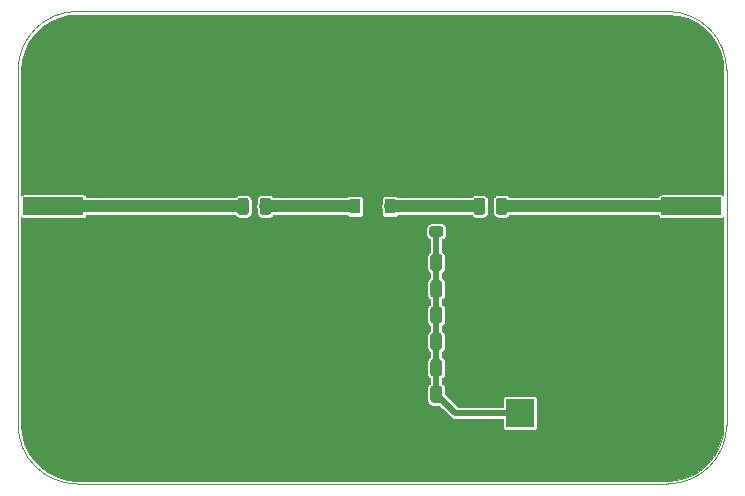
<source format=gbr>
%TF.GenerationSoftware,KiCad,Pcbnew,(5.1.8)-1*%
%TF.CreationDate,2021-02-01T22:15:31+01:00*%
%TF.ProjectId,adl-variant,61646c2d-7661-4726-9961-6e742e6b6963,rev?*%
%TF.SameCoordinates,Original*%
%TF.FileFunction,Copper,L1,Top*%
%TF.FilePolarity,Positive*%
%FSLAX46Y46*%
G04 Gerber Fmt 4.6, Leading zero omitted, Abs format (unit mm)*
G04 Created by KiCad (PCBNEW (5.1.8)-1) date 2021-02-01 22:15:31*
%MOMM*%
%LPD*%
G01*
G04 APERTURE LIST*
%TA.AperFunction,Profile*%
%ADD10C,0.050000*%
%TD*%
%TA.AperFunction,SMDPad,CuDef*%
%ADD11R,5.080000X1.500000*%
%TD*%
%TA.AperFunction,ComponentPad*%
%ADD12R,2.400000X2.400000*%
%TD*%
%TA.AperFunction,ComponentPad*%
%ADD13C,2.400000*%
%TD*%
%TA.AperFunction,SMDPad,CuDef*%
%ADD14R,0.900000X1.300000*%
%TD*%
%TA.AperFunction,SMDPad,CuDef*%
%ADD15C,0.100000*%
%TD*%
%TA.AperFunction,ComponentPad*%
%ADD16C,0.800000*%
%TD*%
%TA.AperFunction,ComponentPad*%
%ADD17C,6.400000*%
%TD*%
%TA.AperFunction,Conductor*%
%ADD18C,0.525491*%
%TD*%
%TA.AperFunction,Conductor*%
%ADD19C,1.045160*%
%TD*%
%TA.AperFunction,Conductor*%
%ADD20C,0.100000*%
%TD*%
G04 APERTURE END LIST*
D10*
X105000000Y-90000000D02*
G75*
G02*
X100000000Y-85000000I0J5000000D01*
G01*
X160000000Y-85000000D02*
G75*
G02*
X155000000Y-90000000I-5000000J0D01*
G01*
X155000000Y-50000000D02*
G75*
G02*
X160000000Y-55000000I0J-5000000D01*
G01*
X100000000Y-55000000D02*
G75*
G02*
X105000000Y-50000000I5000000J0D01*
G01*
X100000000Y-85000000D02*
X100000000Y-55000000D01*
X155000000Y-90000000D02*
X105000000Y-90000000D01*
X160000000Y-55000000D02*
X160000000Y-85000000D01*
X105000000Y-50000000D02*
X155000000Y-50000000D01*
D11*
%TO.P,J3,1*%
%TO.N,Net-(C8-Pad2)*%
X157000000Y-66500000D03*
%TO.P,J3,2*%
%TO.N,GND*%
X157000000Y-62250000D03*
X157000000Y-70750000D03*
%TD*%
%TO.P,J2,1*%
%TO.N,Net-(C7-Pad1)*%
X103000000Y-66500000D03*
%TO.P,J2,2*%
%TO.N,GND*%
X103000000Y-70750000D03*
X103000000Y-62250000D03*
%TD*%
%TO.P,C1,1*%
%TO.N,+5V*%
%TA.AperFunction,SMDPad,CuDef*%
G36*
G01*
X135900000Y-81925000D02*
X135900000Y-82875000D01*
G75*
G02*
X135650000Y-83125000I-250000J0D01*
G01*
X135150000Y-83125000D01*
G75*
G02*
X134900000Y-82875000I0J250000D01*
G01*
X134900000Y-81925000D01*
G75*
G02*
X135150000Y-81675000I250000J0D01*
G01*
X135650000Y-81675000D01*
G75*
G02*
X135900000Y-81925000I0J-250000D01*
G01*
G37*
%TD.AperFunction*%
%TO.P,C1,2*%
%TO.N,GND*%
%TA.AperFunction,SMDPad,CuDef*%
G36*
G01*
X134000000Y-81925000D02*
X134000000Y-82875000D01*
G75*
G02*
X133750000Y-83125000I-250000J0D01*
G01*
X133250000Y-83125000D01*
G75*
G02*
X133000000Y-82875000I0J250000D01*
G01*
X133000000Y-81925000D01*
G75*
G02*
X133250000Y-81675000I250000J0D01*
G01*
X133750000Y-81675000D01*
G75*
G02*
X134000000Y-81925000I0J-250000D01*
G01*
G37*
%TD.AperFunction*%
%TD*%
%TO.P,C2,2*%
%TO.N,GND*%
%TA.AperFunction,SMDPad,CuDef*%
G36*
G01*
X134000000Y-79695000D02*
X134000000Y-80645000D01*
G75*
G02*
X133750000Y-80895000I-250000J0D01*
G01*
X133250000Y-80895000D01*
G75*
G02*
X133000000Y-80645000I0J250000D01*
G01*
X133000000Y-79695000D01*
G75*
G02*
X133250000Y-79445000I250000J0D01*
G01*
X133750000Y-79445000D01*
G75*
G02*
X134000000Y-79695000I0J-250000D01*
G01*
G37*
%TD.AperFunction*%
%TO.P,C2,1*%
%TO.N,+5V*%
%TA.AperFunction,SMDPad,CuDef*%
G36*
G01*
X135900000Y-79695000D02*
X135900000Y-80645000D01*
G75*
G02*
X135650000Y-80895000I-250000J0D01*
G01*
X135150000Y-80895000D01*
G75*
G02*
X134900000Y-80645000I0J250000D01*
G01*
X134900000Y-79695000D01*
G75*
G02*
X135150000Y-79445000I250000J0D01*
G01*
X135650000Y-79445000D01*
G75*
G02*
X135900000Y-79695000I0J-250000D01*
G01*
G37*
%TD.AperFunction*%
%TD*%
%TO.P,C3,1*%
%TO.N,+5V*%
%TA.AperFunction,SMDPad,CuDef*%
G36*
G01*
X135900000Y-77465000D02*
X135900000Y-78415000D01*
G75*
G02*
X135650000Y-78665000I-250000J0D01*
G01*
X135150000Y-78665000D01*
G75*
G02*
X134900000Y-78415000I0J250000D01*
G01*
X134900000Y-77465000D01*
G75*
G02*
X135150000Y-77215000I250000J0D01*
G01*
X135650000Y-77215000D01*
G75*
G02*
X135900000Y-77465000I0J-250000D01*
G01*
G37*
%TD.AperFunction*%
%TO.P,C3,2*%
%TO.N,GND*%
%TA.AperFunction,SMDPad,CuDef*%
G36*
G01*
X134000000Y-77465000D02*
X134000000Y-78415000D01*
G75*
G02*
X133750000Y-78665000I-250000J0D01*
G01*
X133250000Y-78665000D01*
G75*
G02*
X133000000Y-78415000I0J250000D01*
G01*
X133000000Y-77465000D01*
G75*
G02*
X133250000Y-77215000I250000J0D01*
G01*
X133750000Y-77215000D01*
G75*
G02*
X134000000Y-77465000I0J-250000D01*
G01*
G37*
%TD.AperFunction*%
%TD*%
%TO.P,C4,2*%
%TO.N,GND*%
%TA.AperFunction,SMDPad,CuDef*%
G36*
G01*
X134000000Y-75235000D02*
X134000000Y-76185000D01*
G75*
G02*
X133750000Y-76435000I-250000J0D01*
G01*
X133250000Y-76435000D01*
G75*
G02*
X133000000Y-76185000I0J250000D01*
G01*
X133000000Y-75235000D01*
G75*
G02*
X133250000Y-74985000I250000J0D01*
G01*
X133750000Y-74985000D01*
G75*
G02*
X134000000Y-75235000I0J-250000D01*
G01*
G37*
%TD.AperFunction*%
%TO.P,C4,1*%
%TO.N,+5V*%
%TA.AperFunction,SMDPad,CuDef*%
G36*
G01*
X135900000Y-75235000D02*
X135900000Y-76185000D01*
G75*
G02*
X135650000Y-76435000I-250000J0D01*
G01*
X135150000Y-76435000D01*
G75*
G02*
X134900000Y-76185000I0J250000D01*
G01*
X134900000Y-75235000D01*
G75*
G02*
X135150000Y-74985000I250000J0D01*
G01*
X135650000Y-74985000D01*
G75*
G02*
X135900000Y-75235000I0J-250000D01*
G01*
G37*
%TD.AperFunction*%
%TD*%
%TO.P,C5,1*%
%TO.N,+5V*%
%TA.AperFunction,SMDPad,CuDef*%
G36*
G01*
X135900000Y-73005000D02*
X135900000Y-73955000D01*
G75*
G02*
X135650000Y-74205000I-250000J0D01*
G01*
X135150000Y-74205000D01*
G75*
G02*
X134900000Y-73955000I0J250000D01*
G01*
X134900000Y-73005000D01*
G75*
G02*
X135150000Y-72755000I250000J0D01*
G01*
X135650000Y-72755000D01*
G75*
G02*
X135900000Y-73005000I0J-250000D01*
G01*
G37*
%TD.AperFunction*%
%TO.P,C5,2*%
%TO.N,GND*%
%TA.AperFunction,SMDPad,CuDef*%
G36*
G01*
X134000000Y-73005000D02*
X134000000Y-73955000D01*
G75*
G02*
X133750000Y-74205000I-250000J0D01*
G01*
X133250000Y-74205000D01*
G75*
G02*
X133000000Y-73955000I0J250000D01*
G01*
X133000000Y-73005000D01*
G75*
G02*
X133250000Y-72755000I250000J0D01*
G01*
X133750000Y-72755000D01*
G75*
G02*
X134000000Y-73005000I0J-250000D01*
G01*
G37*
%TD.AperFunction*%
%TD*%
%TO.P,C6,2*%
%TO.N,GND*%
%TA.AperFunction,SMDPad,CuDef*%
G36*
G01*
X134000000Y-70775000D02*
X134000000Y-71725000D01*
G75*
G02*
X133750000Y-71975000I-250000J0D01*
G01*
X133250000Y-71975000D01*
G75*
G02*
X133000000Y-71725000I0J250000D01*
G01*
X133000000Y-70775000D01*
G75*
G02*
X133250000Y-70525000I250000J0D01*
G01*
X133750000Y-70525000D01*
G75*
G02*
X134000000Y-70775000I0J-250000D01*
G01*
G37*
%TD.AperFunction*%
%TO.P,C6,1*%
%TO.N,+5V*%
%TA.AperFunction,SMDPad,CuDef*%
G36*
G01*
X135900000Y-70775000D02*
X135900000Y-71725000D01*
G75*
G02*
X135650000Y-71975000I-250000J0D01*
G01*
X135150000Y-71975000D01*
G75*
G02*
X134900000Y-71725000I0J250000D01*
G01*
X134900000Y-70775000D01*
G75*
G02*
X135150000Y-70525000I250000J0D01*
G01*
X135650000Y-70525000D01*
G75*
G02*
X135900000Y-70775000I0J-250000D01*
G01*
G37*
%TD.AperFunction*%
%TD*%
%TO.P,C7,1*%
%TO.N,Net-(C7-Pad1)*%
%TA.AperFunction,SMDPad,CuDef*%
G36*
G01*
X118550000Y-66975000D02*
X118550000Y-66025000D01*
G75*
G02*
X118800000Y-65775000I250000J0D01*
G01*
X119300000Y-65775000D01*
G75*
G02*
X119550000Y-66025000I0J-250000D01*
G01*
X119550000Y-66975000D01*
G75*
G02*
X119300000Y-67225000I-250000J0D01*
G01*
X118800000Y-67225000D01*
G75*
G02*
X118550000Y-66975000I0J250000D01*
G01*
G37*
%TD.AperFunction*%
%TO.P,C7,2*%
%TO.N,Net-(C7-Pad2)*%
%TA.AperFunction,SMDPad,CuDef*%
G36*
G01*
X120450000Y-66975000D02*
X120450000Y-66025000D01*
G75*
G02*
X120700000Y-65775000I250000J0D01*
G01*
X121200000Y-65775000D01*
G75*
G02*
X121450000Y-66025000I0J-250000D01*
G01*
X121450000Y-66975000D01*
G75*
G02*
X121200000Y-67225000I-250000J0D01*
G01*
X120700000Y-67225000D01*
G75*
G02*
X120450000Y-66975000I0J250000D01*
G01*
G37*
%TD.AperFunction*%
%TD*%
%TO.P,C8,2*%
%TO.N,Net-(C8-Pad2)*%
%TA.AperFunction,SMDPad,CuDef*%
G36*
G01*
X140450000Y-66975000D02*
X140450000Y-66025000D01*
G75*
G02*
X140700000Y-65775000I250000J0D01*
G01*
X141200000Y-65775000D01*
G75*
G02*
X141450000Y-66025000I0J-250000D01*
G01*
X141450000Y-66975000D01*
G75*
G02*
X141200000Y-67225000I-250000J0D01*
G01*
X140700000Y-67225000D01*
G75*
G02*
X140450000Y-66975000I0J250000D01*
G01*
G37*
%TD.AperFunction*%
%TO.P,C8,1*%
%TO.N,Net-(C8-Pad1)*%
%TA.AperFunction,SMDPad,CuDef*%
G36*
G01*
X138550000Y-66975000D02*
X138550000Y-66025000D01*
G75*
G02*
X138800000Y-65775000I250000J0D01*
G01*
X139300000Y-65775000D01*
G75*
G02*
X139550000Y-66025000I0J-250000D01*
G01*
X139550000Y-66975000D01*
G75*
G02*
X139300000Y-67225000I-250000J0D01*
G01*
X138800000Y-67225000D01*
G75*
G02*
X138550000Y-66975000I0J250000D01*
G01*
G37*
%TD.AperFunction*%
%TD*%
D12*
%TO.P,J1,1*%
%TO.N,+5V*%
X142500000Y-84000000D03*
D13*
%TO.P,J1,2*%
%TO.N,GND*%
X146000000Y-84000000D03*
%TD*%
%TO.P,L1,1*%
%TO.N,+5V*%
%TA.AperFunction,SMDPad,CuDef*%
G36*
G01*
X135781250Y-69062500D02*
X135018750Y-69062500D01*
G75*
G02*
X134800000Y-68843750I0J218750D01*
G01*
X134800000Y-68406250D01*
G75*
G02*
X135018750Y-68187500I218750J0D01*
G01*
X135781250Y-68187500D01*
G75*
G02*
X136000000Y-68406250I0J-218750D01*
G01*
X136000000Y-68843750D01*
G75*
G02*
X135781250Y-69062500I-218750J0D01*
G01*
G37*
%TD.AperFunction*%
%TO.P,L1,2*%
%TO.N,Net-(C8-Pad1)*%
%TA.AperFunction,SMDPad,CuDef*%
G36*
G01*
X135781250Y-66937500D02*
X135018750Y-66937500D01*
G75*
G02*
X134800000Y-66718750I0J218750D01*
G01*
X134800000Y-66281250D01*
G75*
G02*
X135018750Y-66062500I218750J0D01*
G01*
X135781250Y-66062500D01*
G75*
G02*
X136000000Y-66281250I0J-218750D01*
G01*
X136000000Y-66718750D01*
G75*
G02*
X135781250Y-66937500I-218750J0D01*
G01*
G37*
%TD.AperFunction*%
%TD*%
D14*
%TO.P,U1,1*%
%TO.N,Net-(C7-Pad2)*%
X128500000Y-66500000D03*
%TO.P,U1,3*%
%TO.N,Net-(C8-Pad1)*%
X131500000Y-66500000D03*
%TA.AperFunction,SMDPad,CuDef*%
D15*
%TO.P,U1,2*%
%TO.N,GND*%
G36*
X130866500Y-62550000D02*
G01*
X130866500Y-65675000D01*
X130450000Y-65675000D01*
X130450000Y-67150000D01*
X129550000Y-67150000D01*
X129550000Y-65675000D01*
X129133500Y-65675000D01*
X129133500Y-62550000D01*
X130866500Y-62550000D01*
G37*
%TD.AperFunction*%
%TD*%
D16*
%TO.P,H1,1*%
%TO.N,GND*%
X107697056Y-54302944D03*
X106000000Y-53600000D03*
X104302944Y-54302944D03*
X103600000Y-56000000D03*
X104302944Y-57697056D03*
X106000000Y-58400000D03*
X107697056Y-57697056D03*
X108400000Y-56000000D03*
D17*
X106000000Y-56000000D03*
%TD*%
%TO.P,H2,1*%
%TO.N,GND*%
X154000000Y-56000000D03*
D16*
X156400000Y-56000000D03*
X155697056Y-57697056D03*
X154000000Y-58400000D03*
X152302944Y-57697056D03*
X151600000Y-56000000D03*
X152302944Y-54302944D03*
X154000000Y-53600000D03*
X155697056Y-54302944D03*
%TD*%
%TO.P,H3,1*%
%TO.N,GND*%
X107697056Y-82302944D03*
X106000000Y-81600000D03*
X104302944Y-82302944D03*
X103600000Y-84000000D03*
X104302944Y-85697056D03*
X106000000Y-86400000D03*
X107697056Y-85697056D03*
X108400000Y-84000000D03*
D17*
X106000000Y-84000000D03*
%TD*%
%TO.P,H4,1*%
%TO.N,GND*%
X154000000Y-84000000D03*
D16*
X156400000Y-84000000D03*
X155697056Y-85697056D03*
X154000000Y-86400000D03*
X152302944Y-85697056D03*
X151600000Y-84000000D03*
X152302944Y-82302944D03*
X154000000Y-81600000D03*
X155697056Y-82302944D03*
%TD*%
D18*
%TO.N,+5V*%
X135400000Y-68625000D02*
X135400000Y-82400000D01*
X137000000Y-84000000D02*
X135400000Y-82400000D01*
X142500000Y-84000000D02*
X137000000Y-84000000D01*
D19*
%TO.N,Net-(C7-Pad1)*%
X119050000Y-66500000D02*
X103000000Y-66500000D01*
%TO.N,Net-(C7-Pad2)*%
X120950000Y-66500000D02*
X128000000Y-66500000D01*
%TO.N,Net-(C8-Pad2)*%
X140950000Y-66500000D02*
X157000000Y-66500000D01*
%TO.N,Net-(C8-Pad1)*%
X131500000Y-66500000D02*
X139050000Y-66500000D01*
%TD*%
D20*
%TO.N,GND*%
X155836532Y-50350751D02*
X156646620Y-50572367D01*
X157404665Y-50933935D01*
X158086698Y-51424026D01*
X158671164Y-52027148D01*
X159139590Y-52724240D01*
X159477168Y-53493261D01*
X159673740Y-54312038D01*
X159725000Y-55010078D01*
X159725000Y-65581347D01*
X159717632Y-65572368D01*
X159679564Y-65541127D01*
X159636134Y-65517913D01*
X159589008Y-65503618D01*
X159540000Y-65498791D01*
X154460000Y-65498791D01*
X154410992Y-65503618D01*
X154363866Y-65517913D01*
X154320436Y-65541127D01*
X154282368Y-65572368D01*
X154251127Y-65610436D01*
X154227913Y-65653866D01*
X154213618Y-65700992D01*
X154211015Y-65727420D01*
X141601046Y-65727420D01*
X141554408Y-65670592D01*
X141478457Y-65608260D01*
X141391804Y-65561943D01*
X141297781Y-65533422D01*
X141200000Y-65523791D01*
X140700000Y-65523791D01*
X140602219Y-65533422D01*
X140508196Y-65561943D01*
X140421543Y-65608260D01*
X140345592Y-65670592D01*
X140283260Y-65746543D01*
X140236943Y-65833196D01*
X140208422Y-65927219D01*
X140198791Y-66025000D01*
X140198791Y-66314949D01*
X140188599Y-66348548D01*
X140173682Y-66500000D01*
X140188599Y-66651452D01*
X140198791Y-66685051D01*
X140198791Y-66975000D01*
X140208422Y-67072781D01*
X140236943Y-67166804D01*
X140283260Y-67253457D01*
X140345592Y-67329408D01*
X140421543Y-67391740D01*
X140508196Y-67438057D01*
X140602219Y-67466578D01*
X140700000Y-67476209D01*
X141200000Y-67476209D01*
X141297781Y-67466578D01*
X141391804Y-67438057D01*
X141478457Y-67391740D01*
X141554408Y-67329408D01*
X141601046Y-67272580D01*
X154211015Y-67272580D01*
X154213618Y-67299008D01*
X154227913Y-67346134D01*
X154251127Y-67389564D01*
X154282368Y-67427632D01*
X154320436Y-67458873D01*
X154363866Y-67482087D01*
X154410992Y-67496382D01*
X154460000Y-67501209D01*
X159540000Y-67501209D01*
X159589008Y-67496382D01*
X159636134Y-67482087D01*
X159679564Y-67458873D01*
X159717632Y-67427632D01*
X159725000Y-67418653D01*
X159725001Y-84987745D01*
X159649249Y-85836532D01*
X159427633Y-86646621D01*
X159066065Y-87404665D01*
X158575974Y-88086698D01*
X157972853Y-88671164D01*
X157275756Y-89139592D01*
X156506736Y-89477169D01*
X155687967Y-89673738D01*
X154989923Y-89725000D01*
X105012244Y-89725000D01*
X104163468Y-89649249D01*
X103353379Y-89427633D01*
X102595335Y-89066065D01*
X101913302Y-88575974D01*
X101328836Y-87972853D01*
X100860408Y-87275756D01*
X100522831Y-86506736D01*
X100326262Y-85687967D01*
X100275000Y-84989923D01*
X100275000Y-68406250D01*
X134548791Y-68406250D01*
X134548791Y-68843750D01*
X134557821Y-68935434D01*
X134584564Y-69023596D01*
X134627993Y-69104845D01*
X134686439Y-69176061D01*
X134757655Y-69234507D01*
X134838904Y-69277936D01*
X134887255Y-69292603D01*
X134887255Y-70349862D01*
X134871543Y-70358260D01*
X134795592Y-70420592D01*
X134733260Y-70496543D01*
X134686943Y-70583196D01*
X134658422Y-70677219D01*
X134648791Y-70775000D01*
X134648791Y-71725000D01*
X134658422Y-71822781D01*
X134686943Y-71916804D01*
X134733260Y-72003457D01*
X134795592Y-72079408D01*
X134871543Y-72141740D01*
X134887255Y-72150138D01*
X134887255Y-72579862D01*
X134871543Y-72588260D01*
X134795592Y-72650592D01*
X134733260Y-72726543D01*
X134686943Y-72813196D01*
X134658422Y-72907219D01*
X134648791Y-73005000D01*
X134648791Y-73955000D01*
X134658422Y-74052781D01*
X134686943Y-74146804D01*
X134733260Y-74233457D01*
X134795592Y-74309408D01*
X134871543Y-74371740D01*
X134887255Y-74380138D01*
X134887255Y-74809862D01*
X134871543Y-74818260D01*
X134795592Y-74880592D01*
X134733260Y-74956543D01*
X134686943Y-75043196D01*
X134658422Y-75137219D01*
X134648791Y-75235000D01*
X134648791Y-76185000D01*
X134658422Y-76282781D01*
X134686943Y-76376804D01*
X134733260Y-76463457D01*
X134795592Y-76539408D01*
X134871543Y-76601740D01*
X134887256Y-76610139D01*
X134887256Y-77039861D01*
X134871543Y-77048260D01*
X134795592Y-77110592D01*
X134733260Y-77186543D01*
X134686943Y-77273196D01*
X134658422Y-77367219D01*
X134648791Y-77465000D01*
X134648791Y-78415000D01*
X134658422Y-78512781D01*
X134686943Y-78606804D01*
X134733260Y-78693457D01*
X134795592Y-78769408D01*
X134871543Y-78831740D01*
X134887256Y-78840139D01*
X134887256Y-79269861D01*
X134871543Y-79278260D01*
X134795592Y-79340592D01*
X134733260Y-79416543D01*
X134686943Y-79503196D01*
X134658422Y-79597219D01*
X134648791Y-79695000D01*
X134648791Y-80645000D01*
X134658422Y-80742781D01*
X134686943Y-80836804D01*
X134733260Y-80923457D01*
X134795592Y-80999408D01*
X134871543Y-81061740D01*
X134887256Y-81070139D01*
X134887256Y-81499861D01*
X134871543Y-81508260D01*
X134795592Y-81570592D01*
X134733260Y-81646543D01*
X134686943Y-81733196D01*
X134658422Y-81827219D01*
X134648791Y-81925000D01*
X134648791Y-82875000D01*
X134658422Y-82972781D01*
X134686943Y-83066804D01*
X134733260Y-83153457D01*
X134795592Y-83229408D01*
X134871543Y-83291740D01*
X134958196Y-83338057D01*
X135052219Y-83366578D01*
X135150000Y-83376209D01*
X135650000Y-83376209D01*
X135650982Y-83376112D01*
X136619630Y-84344761D01*
X136635681Y-84364319D01*
X136713756Y-84428394D01*
X136771804Y-84459421D01*
X136802831Y-84476006D01*
X136899484Y-84505325D01*
X137000000Y-84515225D01*
X137025180Y-84512745D01*
X141048791Y-84512745D01*
X141048791Y-85200000D01*
X141053618Y-85249008D01*
X141067913Y-85296134D01*
X141091127Y-85339564D01*
X141122368Y-85377632D01*
X141160436Y-85408873D01*
X141203866Y-85432087D01*
X141250992Y-85446382D01*
X141300000Y-85451209D01*
X143700000Y-85451209D01*
X143749008Y-85446382D01*
X143796134Y-85432087D01*
X143839564Y-85408873D01*
X143877632Y-85377632D01*
X143908873Y-85339564D01*
X143932087Y-85296134D01*
X143946382Y-85249008D01*
X143951209Y-85200000D01*
X143951209Y-82800000D01*
X143946382Y-82750992D01*
X143932087Y-82703866D01*
X143908873Y-82660436D01*
X143877632Y-82622368D01*
X143839564Y-82591127D01*
X143796134Y-82567913D01*
X143749008Y-82553618D01*
X143700000Y-82548791D01*
X141300000Y-82548791D01*
X141250992Y-82553618D01*
X141203866Y-82567913D01*
X141160436Y-82591127D01*
X141122368Y-82622368D01*
X141091127Y-82660436D01*
X141067913Y-82703866D01*
X141053618Y-82750992D01*
X141048791Y-82800000D01*
X141048791Y-83487255D01*
X137212386Y-83487255D01*
X136151209Y-82426079D01*
X136151209Y-81925000D01*
X136141578Y-81827219D01*
X136113057Y-81733196D01*
X136066740Y-81646543D01*
X136004408Y-81570592D01*
X135928457Y-81508260D01*
X135912745Y-81499862D01*
X135912745Y-81070138D01*
X135928457Y-81061740D01*
X136004408Y-80999408D01*
X136066740Y-80923457D01*
X136113057Y-80836804D01*
X136141578Y-80742781D01*
X136151209Y-80645000D01*
X136151209Y-79695000D01*
X136141578Y-79597219D01*
X136113057Y-79503196D01*
X136066740Y-79416543D01*
X136004408Y-79340592D01*
X135928457Y-79278260D01*
X135912745Y-79269862D01*
X135912745Y-78840138D01*
X135928457Y-78831740D01*
X136004408Y-78769408D01*
X136066740Y-78693457D01*
X136113057Y-78606804D01*
X136141578Y-78512781D01*
X136151209Y-78415000D01*
X136151209Y-77465000D01*
X136141578Y-77367219D01*
X136113057Y-77273196D01*
X136066740Y-77186543D01*
X136004408Y-77110592D01*
X135928457Y-77048260D01*
X135912745Y-77039862D01*
X135912745Y-76610138D01*
X135928457Y-76601740D01*
X136004408Y-76539408D01*
X136066740Y-76463457D01*
X136113057Y-76376804D01*
X136141578Y-76282781D01*
X136151209Y-76185000D01*
X136151209Y-75235000D01*
X136141578Y-75137219D01*
X136113057Y-75043196D01*
X136066740Y-74956543D01*
X136004408Y-74880592D01*
X135928457Y-74818260D01*
X135912745Y-74809862D01*
X135912745Y-74380138D01*
X135928457Y-74371740D01*
X136004408Y-74309408D01*
X136066740Y-74233457D01*
X136113057Y-74146804D01*
X136141578Y-74052781D01*
X136151209Y-73955000D01*
X136151209Y-73005000D01*
X136141578Y-72907219D01*
X136113057Y-72813196D01*
X136066740Y-72726543D01*
X136004408Y-72650592D01*
X135928457Y-72588260D01*
X135912745Y-72579862D01*
X135912745Y-72150138D01*
X135928457Y-72141740D01*
X136004408Y-72079408D01*
X136066740Y-72003457D01*
X136113057Y-71916804D01*
X136141578Y-71822781D01*
X136151209Y-71725000D01*
X136151209Y-70775000D01*
X136141578Y-70677219D01*
X136113057Y-70583196D01*
X136066740Y-70496543D01*
X136004408Y-70420592D01*
X135928457Y-70358260D01*
X135912745Y-70349862D01*
X135912745Y-69292603D01*
X135961096Y-69277936D01*
X136042345Y-69234507D01*
X136113561Y-69176061D01*
X136172007Y-69104845D01*
X136215436Y-69023596D01*
X136242179Y-68935434D01*
X136251209Y-68843750D01*
X136251209Y-68406250D01*
X136242179Y-68314566D01*
X136215436Y-68226404D01*
X136172007Y-68145155D01*
X136113561Y-68073939D01*
X136042345Y-68015493D01*
X135961096Y-67972064D01*
X135872934Y-67945321D01*
X135781250Y-67936291D01*
X135018750Y-67936291D01*
X134927066Y-67945321D01*
X134838904Y-67972064D01*
X134757655Y-68015493D01*
X134686439Y-68073939D01*
X134627993Y-68145155D01*
X134584564Y-68226404D01*
X134557821Y-68314566D01*
X134548791Y-68406250D01*
X100275000Y-68406250D01*
X100275000Y-67418654D01*
X100282368Y-67427632D01*
X100320436Y-67458873D01*
X100363866Y-67482087D01*
X100410992Y-67496382D01*
X100460000Y-67501209D01*
X105540000Y-67501209D01*
X105589008Y-67496382D01*
X105636134Y-67482087D01*
X105679564Y-67458873D01*
X105717632Y-67427632D01*
X105748873Y-67389564D01*
X105772087Y-67346134D01*
X105786382Y-67299008D01*
X105788985Y-67272580D01*
X118398954Y-67272580D01*
X118445592Y-67329408D01*
X118521543Y-67391740D01*
X118608196Y-67438057D01*
X118702219Y-67466578D01*
X118800000Y-67476209D01*
X119300000Y-67476209D01*
X119397781Y-67466578D01*
X119491804Y-67438057D01*
X119578457Y-67391740D01*
X119654408Y-67329408D01*
X119716740Y-67253457D01*
X119763057Y-67166804D01*
X119791578Y-67072781D01*
X119801209Y-66975000D01*
X119801209Y-66685051D01*
X119811401Y-66651452D01*
X119826318Y-66500000D01*
X120173682Y-66500000D01*
X120188599Y-66651452D01*
X120198791Y-66685051D01*
X120198791Y-66975000D01*
X120208422Y-67072781D01*
X120236943Y-67166804D01*
X120283260Y-67253457D01*
X120345592Y-67329408D01*
X120421543Y-67391740D01*
X120508196Y-67438057D01*
X120602219Y-67466578D01*
X120700000Y-67476209D01*
X121200000Y-67476209D01*
X121297781Y-67466578D01*
X121391804Y-67438057D01*
X121478457Y-67391740D01*
X121554408Y-67329408D01*
X121601046Y-67272580D01*
X127832049Y-67272580D01*
X127841127Y-67289564D01*
X127872368Y-67327632D01*
X127910436Y-67358873D01*
X127953866Y-67382087D01*
X128000992Y-67396382D01*
X128050000Y-67401209D01*
X128950000Y-67401209D01*
X128999008Y-67396382D01*
X129046134Y-67382087D01*
X129089564Y-67358873D01*
X129127632Y-67327632D01*
X129158873Y-67289564D01*
X129182087Y-67246134D01*
X129196382Y-67199008D01*
X129201209Y-67150000D01*
X129201209Y-66500000D01*
X130723682Y-66500000D01*
X130738599Y-66651452D01*
X130782776Y-66797084D01*
X130798791Y-66827046D01*
X130798791Y-67150000D01*
X130803618Y-67199008D01*
X130817913Y-67246134D01*
X130841127Y-67289564D01*
X130872368Y-67327632D01*
X130910436Y-67358873D01*
X130953866Y-67382087D01*
X131000992Y-67396382D01*
X131050000Y-67401209D01*
X131950000Y-67401209D01*
X131999008Y-67396382D01*
X132046134Y-67382087D01*
X132089564Y-67358873D01*
X132127632Y-67327632D01*
X132158873Y-67289564D01*
X132167951Y-67272580D01*
X138398954Y-67272580D01*
X138445592Y-67329408D01*
X138521543Y-67391740D01*
X138608196Y-67438057D01*
X138702219Y-67466578D01*
X138800000Y-67476209D01*
X139300000Y-67476209D01*
X139397781Y-67466578D01*
X139491804Y-67438057D01*
X139578457Y-67391740D01*
X139654408Y-67329408D01*
X139716740Y-67253457D01*
X139763057Y-67166804D01*
X139791578Y-67072781D01*
X139801209Y-66975000D01*
X139801209Y-66685051D01*
X139811401Y-66651452D01*
X139826318Y-66500000D01*
X139811401Y-66348548D01*
X139801209Y-66314949D01*
X139801209Y-66025000D01*
X139791578Y-65927219D01*
X139763057Y-65833196D01*
X139716740Y-65746543D01*
X139654408Y-65670592D01*
X139578457Y-65608260D01*
X139491804Y-65561943D01*
X139397781Y-65533422D01*
X139300000Y-65523791D01*
X138800000Y-65523791D01*
X138702219Y-65533422D01*
X138608196Y-65561943D01*
X138521543Y-65608260D01*
X138445592Y-65670592D01*
X138398954Y-65727420D01*
X132167951Y-65727420D01*
X132158873Y-65710436D01*
X132127632Y-65672368D01*
X132089564Y-65641127D01*
X132046134Y-65617913D01*
X131999008Y-65603618D01*
X131950000Y-65598791D01*
X131050000Y-65598791D01*
X131000992Y-65603618D01*
X130953866Y-65617913D01*
X130910436Y-65641127D01*
X130872368Y-65672368D01*
X130841127Y-65710436D01*
X130817913Y-65753866D01*
X130803618Y-65800992D01*
X130798791Y-65850000D01*
X130798791Y-66172954D01*
X130782776Y-66202916D01*
X130738599Y-66348548D01*
X130723682Y-66500000D01*
X129201209Y-66500000D01*
X129201209Y-65850000D01*
X129196382Y-65800992D01*
X129182087Y-65753866D01*
X129158873Y-65710436D01*
X129127632Y-65672368D01*
X129089564Y-65641127D01*
X129046134Y-65617913D01*
X128999008Y-65603618D01*
X128950000Y-65598791D01*
X128050000Y-65598791D01*
X128000992Y-65603618D01*
X127953866Y-65617913D01*
X127910436Y-65641127D01*
X127872368Y-65672368D01*
X127841127Y-65710436D01*
X127832049Y-65727420D01*
X121601046Y-65727420D01*
X121554408Y-65670592D01*
X121478457Y-65608260D01*
X121391804Y-65561943D01*
X121297781Y-65533422D01*
X121200000Y-65523791D01*
X120700000Y-65523791D01*
X120602219Y-65533422D01*
X120508196Y-65561943D01*
X120421543Y-65608260D01*
X120345592Y-65670592D01*
X120283260Y-65746543D01*
X120236943Y-65833196D01*
X120208422Y-65927219D01*
X120198791Y-66025000D01*
X120198791Y-66314949D01*
X120188599Y-66348548D01*
X120173682Y-66500000D01*
X119826318Y-66500000D01*
X119811401Y-66348548D01*
X119801209Y-66314949D01*
X119801209Y-66025000D01*
X119791578Y-65927219D01*
X119763057Y-65833196D01*
X119716740Y-65746543D01*
X119654408Y-65670592D01*
X119578457Y-65608260D01*
X119491804Y-65561943D01*
X119397781Y-65533422D01*
X119300000Y-65523791D01*
X118800000Y-65523791D01*
X118702219Y-65533422D01*
X118608196Y-65561943D01*
X118521543Y-65608260D01*
X118445592Y-65670592D01*
X118398954Y-65727420D01*
X105788985Y-65727420D01*
X105786382Y-65700992D01*
X105772087Y-65653866D01*
X105748873Y-65610436D01*
X105717632Y-65572368D01*
X105679564Y-65541127D01*
X105636134Y-65517913D01*
X105589008Y-65503618D01*
X105540000Y-65498791D01*
X100460000Y-65498791D01*
X100410992Y-65503618D01*
X100363866Y-65517913D01*
X100320436Y-65541127D01*
X100282368Y-65572368D01*
X100275000Y-65581346D01*
X100275000Y-55012244D01*
X100350751Y-54163468D01*
X100572367Y-53353380D01*
X100933935Y-52595335D01*
X101424026Y-51913302D01*
X102027148Y-51328836D01*
X102724240Y-50860410D01*
X103493261Y-50522832D01*
X104312038Y-50326260D01*
X105010078Y-50275000D01*
X154987756Y-50275000D01*
X155836532Y-50350751D01*
%TA.AperFunction,Conductor*%
G36*
X155836532Y-50350751D02*
G01*
X156646620Y-50572367D01*
X157404665Y-50933935D01*
X158086698Y-51424026D01*
X158671164Y-52027148D01*
X159139590Y-52724240D01*
X159477168Y-53493261D01*
X159673740Y-54312038D01*
X159725000Y-55010078D01*
X159725000Y-65581347D01*
X159717632Y-65572368D01*
X159679564Y-65541127D01*
X159636134Y-65517913D01*
X159589008Y-65503618D01*
X159540000Y-65498791D01*
X154460000Y-65498791D01*
X154410992Y-65503618D01*
X154363866Y-65517913D01*
X154320436Y-65541127D01*
X154282368Y-65572368D01*
X154251127Y-65610436D01*
X154227913Y-65653866D01*
X154213618Y-65700992D01*
X154211015Y-65727420D01*
X141601046Y-65727420D01*
X141554408Y-65670592D01*
X141478457Y-65608260D01*
X141391804Y-65561943D01*
X141297781Y-65533422D01*
X141200000Y-65523791D01*
X140700000Y-65523791D01*
X140602219Y-65533422D01*
X140508196Y-65561943D01*
X140421543Y-65608260D01*
X140345592Y-65670592D01*
X140283260Y-65746543D01*
X140236943Y-65833196D01*
X140208422Y-65927219D01*
X140198791Y-66025000D01*
X140198791Y-66314949D01*
X140188599Y-66348548D01*
X140173682Y-66500000D01*
X140188599Y-66651452D01*
X140198791Y-66685051D01*
X140198791Y-66975000D01*
X140208422Y-67072781D01*
X140236943Y-67166804D01*
X140283260Y-67253457D01*
X140345592Y-67329408D01*
X140421543Y-67391740D01*
X140508196Y-67438057D01*
X140602219Y-67466578D01*
X140700000Y-67476209D01*
X141200000Y-67476209D01*
X141297781Y-67466578D01*
X141391804Y-67438057D01*
X141478457Y-67391740D01*
X141554408Y-67329408D01*
X141601046Y-67272580D01*
X154211015Y-67272580D01*
X154213618Y-67299008D01*
X154227913Y-67346134D01*
X154251127Y-67389564D01*
X154282368Y-67427632D01*
X154320436Y-67458873D01*
X154363866Y-67482087D01*
X154410992Y-67496382D01*
X154460000Y-67501209D01*
X159540000Y-67501209D01*
X159589008Y-67496382D01*
X159636134Y-67482087D01*
X159679564Y-67458873D01*
X159717632Y-67427632D01*
X159725000Y-67418653D01*
X159725001Y-84987745D01*
X159649249Y-85836532D01*
X159427633Y-86646621D01*
X159066065Y-87404665D01*
X158575974Y-88086698D01*
X157972853Y-88671164D01*
X157275756Y-89139592D01*
X156506736Y-89477169D01*
X155687967Y-89673738D01*
X154989923Y-89725000D01*
X105012244Y-89725000D01*
X104163468Y-89649249D01*
X103353379Y-89427633D01*
X102595335Y-89066065D01*
X101913302Y-88575974D01*
X101328836Y-87972853D01*
X100860408Y-87275756D01*
X100522831Y-86506736D01*
X100326262Y-85687967D01*
X100275000Y-84989923D01*
X100275000Y-68406250D01*
X134548791Y-68406250D01*
X134548791Y-68843750D01*
X134557821Y-68935434D01*
X134584564Y-69023596D01*
X134627993Y-69104845D01*
X134686439Y-69176061D01*
X134757655Y-69234507D01*
X134838904Y-69277936D01*
X134887255Y-69292603D01*
X134887255Y-70349862D01*
X134871543Y-70358260D01*
X134795592Y-70420592D01*
X134733260Y-70496543D01*
X134686943Y-70583196D01*
X134658422Y-70677219D01*
X134648791Y-70775000D01*
X134648791Y-71725000D01*
X134658422Y-71822781D01*
X134686943Y-71916804D01*
X134733260Y-72003457D01*
X134795592Y-72079408D01*
X134871543Y-72141740D01*
X134887255Y-72150138D01*
X134887255Y-72579862D01*
X134871543Y-72588260D01*
X134795592Y-72650592D01*
X134733260Y-72726543D01*
X134686943Y-72813196D01*
X134658422Y-72907219D01*
X134648791Y-73005000D01*
X134648791Y-73955000D01*
X134658422Y-74052781D01*
X134686943Y-74146804D01*
X134733260Y-74233457D01*
X134795592Y-74309408D01*
X134871543Y-74371740D01*
X134887255Y-74380138D01*
X134887255Y-74809862D01*
X134871543Y-74818260D01*
X134795592Y-74880592D01*
X134733260Y-74956543D01*
X134686943Y-75043196D01*
X134658422Y-75137219D01*
X134648791Y-75235000D01*
X134648791Y-76185000D01*
X134658422Y-76282781D01*
X134686943Y-76376804D01*
X134733260Y-76463457D01*
X134795592Y-76539408D01*
X134871543Y-76601740D01*
X134887256Y-76610139D01*
X134887256Y-77039861D01*
X134871543Y-77048260D01*
X134795592Y-77110592D01*
X134733260Y-77186543D01*
X134686943Y-77273196D01*
X134658422Y-77367219D01*
X134648791Y-77465000D01*
X134648791Y-78415000D01*
X134658422Y-78512781D01*
X134686943Y-78606804D01*
X134733260Y-78693457D01*
X134795592Y-78769408D01*
X134871543Y-78831740D01*
X134887256Y-78840139D01*
X134887256Y-79269861D01*
X134871543Y-79278260D01*
X134795592Y-79340592D01*
X134733260Y-79416543D01*
X134686943Y-79503196D01*
X134658422Y-79597219D01*
X134648791Y-79695000D01*
X134648791Y-80645000D01*
X134658422Y-80742781D01*
X134686943Y-80836804D01*
X134733260Y-80923457D01*
X134795592Y-80999408D01*
X134871543Y-81061740D01*
X134887256Y-81070139D01*
X134887256Y-81499861D01*
X134871543Y-81508260D01*
X134795592Y-81570592D01*
X134733260Y-81646543D01*
X134686943Y-81733196D01*
X134658422Y-81827219D01*
X134648791Y-81925000D01*
X134648791Y-82875000D01*
X134658422Y-82972781D01*
X134686943Y-83066804D01*
X134733260Y-83153457D01*
X134795592Y-83229408D01*
X134871543Y-83291740D01*
X134958196Y-83338057D01*
X135052219Y-83366578D01*
X135150000Y-83376209D01*
X135650000Y-83376209D01*
X135650982Y-83376112D01*
X136619630Y-84344761D01*
X136635681Y-84364319D01*
X136713756Y-84428394D01*
X136771804Y-84459421D01*
X136802831Y-84476006D01*
X136899484Y-84505325D01*
X137000000Y-84515225D01*
X137025180Y-84512745D01*
X141048791Y-84512745D01*
X141048791Y-85200000D01*
X141053618Y-85249008D01*
X141067913Y-85296134D01*
X141091127Y-85339564D01*
X141122368Y-85377632D01*
X141160436Y-85408873D01*
X141203866Y-85432087D01*
X141250992Y-85446382D01*
X141300000Y-85451209D01*
X143700000Y-85451209D01*
X143749008Y-85446382D01*
X143796134Y-85432087D01*
X143839564Y-85408873D01*
X143877632Y-85377632D01*
X143908873Y-85339564D01*
X143932087Y-85296134D01*
X143946382Y-85249008D01*
X143951209Y-85200000D01*
X143951209Y-82800000D01*
X143946382Y-82750992D01*
X143932087Y-82703866D01*
X143908873Y-82660436D01*
X143877632Y-82622368D01*
X143839564Y-82591127D01*
X143796134Y-82567913D01*
X143749008Y-82553618D01*
X143700000Y-82548791D01*
X141300000Y-82548791D01*
X141250992Y-82553618D01*
X141203866Y-82567913D01*
X141160436Y-82591127D01*
X141122368Y-82622368D01*
X141091127Y-82660436D01*
X141067913Y-82703866D01*
X141053618Y-82750992D01*
X141048791Y-82800000D01*
X141048791Y-83487255D01*
X137212386Y-83487255D01*
X136151209Y-82426079D01*
X136151209Y-81925000D01*
X136141578Y-81827219D01*
X136113057Y-81733196D01*
X136066740Y-81646543D01*
X136004408Y-81570592D01*
X135928457Y-81508260D01*
X135912745Y-81499862D01*
X135912745Y-81070138D01*
X135928457Y-81061740D01*
X136004408Y-80999408D01*
X136066740Y-80923457D01*
X136113057Y-80836804D01*
X136141578Y-80742781D01*
X136151209Y-80645000D01*
X136151209Y-79695000D01*
X136141578Y-79597219D01*
X136113057Y-79503196D01*
X136066740Y-79416543D01*
X136004408Y-79340592D01*
X135928457Y-79278260D01*
X135912745Y-79269862D01*
X135912745Y-78840138D01*
X135928457Y-78831740D01*
X136004408Y-78769408D01*
X136066740Y-78693457D01*
X136113057Y-78606804D01*
X136141578Y-78512781D01*
X136151209Y-78415000D01*
X136151209Y-77465000D01*
X136141578Y-77367219D01*
X136113057Y-77273196D01*
X136066740Y-77186543D01*
X136004408Y-77110592D01*
X135928457Y-77048260D01*
X135912745Y-77039862D01*
X135912745Y-76610138D01*
X135928457Y-76601740D01*
X136004408Y-76539408D01*
X136066740Y-76463457D01*
X136113057Y-76376804D01*
X136141578Y-76282781D01*
X136151209Y-76185000D01*
X136151209Y-75235000D01*
X136141578Y-75137219D01*
X136113057Y-75043196D01*
X136066740Y-74956543D01*
X136004408Y-74880592D01*
X135928457Y-74818260D01*
X135912745Y-74809862D01*
X135912745Y-74380138D01*
X135928457Y-74371740D01*
X136004408Y-74309408D01*
X136066740Y-74233457D01*
X136113057Y-74146804D01*
X136141578Y-74052781D01*
X136151209Y-73955000D01*
X136151209Y-73005000D01*
X136141578Y-72907219D01*
X136113057Y-72813196D01*
X136066740Y-72726543D01*
X136004408Y-72650592D01*
X135928457Y-72588260D01*
X135912745Y-72579862D01*
X135912745Y-72150138D01*
X135928457Y-72141740D01*
X136004408Y-72079408D01*
X136066740Y-72003457D01*
X136113057Y-71916804D01*
X136141578Y-71822781D01*
X136151209Y-71725000D01*
X136151209Y-70775000D01*
X136141578Y-70677219D01*
X136113057Y-70583196D01*
X136066740Y-70496543D01*
X136004408Y-70420592D01*
X135928457Y-70358260D01*
X135912745Y-70349862D01*
X135912745Y-69292603D01*
X135961096Y-69277936D01*
X136042345Y-69234507D01*
X136113561Y-69176061D01*
X136172007Y-69104845D01*
X136215436Y-69023596D01*
X136242179Y-68935434D01*
X136251209Y-68843750D01*
X136251209Y-68406250D01*
X136242179Y-68314566D01*
X136215436Y-68226404D01*
X136172007Y-68145155D01*
X136113561Y-68073939D01*
X136042345Y-68015493D01*
X135961096Y-67972064D01*
X135872934Y-67945321D01*
X135781250Y-67936291D01*
X135018750Y-67936291D01*
X134927066Y-67945321D01*
X134838904Y-67972064D01*
X134757655Y-68015493D01*
X134686439Y-68073939D01*
X134627993Y-68145155D01*
X134584564Y-68226404D01*
X134557821Y-68314566D01*
X134548791Y-68406250D01*
X100275000Y-68406250D01*
X100275000Y-67418654D01*
X100282368Y-67427632D01*
X100320436Y-67458873D01*
X100363866Y-67482087D01*
X100410992Y-67496382D01*
X100460000Y-67501209D01*
X105540000Y-67501209D01*
X105589008Y-67496382D01*
X105636134Y-67482087D01*
X105679564Y-67458873D01*
X105717632Y-67427632D01*
X105748873Y-67389564D01*
X105772087Y-67346134D01*
X105786382Y-67299008D01*
X105788985Y-67272580D01*
X118398954Y-67272580D01*
X118445592Y-67329408D01*
X118521543Y-67391740D01*
X118608196Y-67438057D01*
X118702219Y-67466578D01*
X118800000Y-67476209D01*
X119300000Y-67476209D01*
X119397781Y-67466578D01*
X119491804Y-67438057D01*
X119578457Y-67391740D01*
X119654408Y-67329408D01*
X119716740Y-67253457D01*
X119763057Y-67166804D01*
X119791578Y-67072781D01*
X119801209Y-66975000D01*
X119801209Y-66685051D01*
X119811401Y-66651452D01*
X119826318Y-66500000D01*
X120173682Y-66500000D01*
X120188599Y-66651452D01*
X120198791Y-66685051D01*
X120198791Y-66975000D01*
X120208422Y-67072781D01*
X120236943Y-67166804D01*
X120283260Y-67253457D01*
X120345592Y-67329408D01*
X120421543Y-67391740D01*
X120508196Y-67438057D01*
X120602219Y-67466578D01*
X120700000Y-67476209D01*
X121200000Y-67476209D01*
X121297781Y-67466578D01*
X121391804Y-67438057D01*
X121478457Y-67391740D01*
X121554408Y-67329408D01*
X121601046Y-67272580D01*
X127832049Y-67272580D01*
X127841127Y-67289564D01*
X127872368Y-67327632D01*
X127910436Y-67358873D01*
X127953866Y-67382087D01*
X128000992Y-67396382D01*
X128050000Y-67401209D01*
X128950000Y-67401209D01*
X128999008Y-67396382D01*
X129046134Y-67382087D01*
X129089564Y-67358873D01*
X129127632Y-67327632D01*
X129158873Y-67289564D01*
X129182087Y-67246134D01*
X129196382Y-67199008D01*
X129201209Y-67150000D01*
X129201209Y-66500000D01*
X130723682Y-66500000D01*
X130738599Y-66651452D01*
X130782776Y-66797084D01*
X130798791Y-66827046D01*
X130798791Y-67150000D01*
X130803618Y-67199008D01*
X130817913Y-67246134D01*
X130841127Y-67289564D01*
X130872368Y-67327632D01*
X130910436Y-67358873D01*
X130953866Y-67382087D01*
X131000992Y-67396382D01*
X131050000Y-67401209D01*
X131950000Y-67401209D01*
X131999008Y-67396382D01*
X132046134Y-67382087D01*
X132089564Y-67358873D01*
X132127632Y-67327632D01*
X132158873Y-67289564D01*
X132167951Y-67272580D01*
X138398954Y-67272580D01*
X138445592Y-67329408D01*
X138521543Y-67391740D01*
X138608196Y-67438057D01*
X138702219Y-67466578D01*
X138800000Y-67476209D01*
X139300000Y-67476209D01*
X139397781Y-67466578D01*
X139491804Y-67438057D01*
X139578457Y-67391740D01*
X139654408Y-67329408D01*
X139716740Y-67253457D01*
X139763057Y-67166804D01*
X139791578Y-67072781D01*
X139801209Y-66975000D01*
X139801209Y-66685051D01*
X139811401Y-66651452D01*
X139826318Y-66500000D01*
X139811401Y-66348548D01*
X139801209Y-66314949D01*
X139801209Y-66025000D01*
X139791578Y-65927219D01*
X139763057Y-65833196D01*
X139716740Y-65746543D01*
X139654408Y-65670592D01*
X139578457Y-65608260D01*
X139491804Y-65561943D01*
X139397781Y-65533422D01*
X139300000Y-65523791D01*
X138800000Y-65523791D01*
X138702219Y-65533422D01*
X138608196Y-65561943D01*
X138521543Y-65608260D01*
X138445592Y-65670592D01*
X138398954Y-65727420D01*
X132167951Y-65727420D01*
X132158873Y-65710436D01*
X132127632Y-65672368D01*
X132089564Y-65641127D01*
X132046134Y-65617913D01*
X131999008Y-65603618D01*
X131950000Y-65598791D01*
X131050000Y-65598791D01*
X131000992Y-65603618D01*
X130953866Y-65617913D01*
X130910436Y-65641127D01*
X130872368Y-65672368D01*
X130841127Y-65710436D01*
X130817913Y-65753866D01*
X130803618Y-65800992D01*
X130798791Y-65850000D01*
X130798791Y-66172954D01*
X130782776Y-66202916D01*
X130738599Y-66348548D01*
X130723682Y-66500000D01*
X129201209Y-66500000D01*
X129201209Y-65850000D01*
X129196382Y-65800992D01*
X129182087Y-65753866D01*
X129158873Y-65710436D01*
X129127632Y-65672368D01*
X129089564Y-65641127D01*
X129046134Y-65617913D01*
X128999008Y-65603618D01*
X128950000Y-65598791D01*
X128050000Y-65598791D01*
X128000992Y-65603618D01*
X127953866Y-65617913D01*
X127910436Y-65641127D01*
X127872368Y-65672368D01*
X127841127Y-65710436D01*
X127832049Y-65727420D01*
X121601046Y-65727420D01*
X121554408Y-65670592D01*
X121478457Y-65608260D01*
X121391804Y-65561943D01*
X121297781Y-65533422D01*
X121200000Y-65523791D01*
X120700000Y-65523791D01*
X120602219Y-65533422D01*
X120508196Y-65561943D01*
X120421543Y-65608260D01*
X120345592Y-65670592D01*
X120283260Y-65746543D01*
X120236943Y-65833196D01*
X120208422Y-65927219D01*
X120198791Y-66025000D01*
X120198791Y-66314949D01*
X120188599Y-66348548D01*
X120173682Y-66500000D01*
X119826318Y-66500000D01*
X119811401Y-66348548D01*
X119801209Y-66314949D01*
X119801209Y-66025000D01*
X119791578Y-65927219D01*
X119763057Y-65833196D01*
X119716740Y-65746543D01*
X119654408Y-65670592D01*
X119578457Y-65608260D01*
X119491804Y-65561943D01*
X119397781Y-65533422D01*
X119300000Y-65523791D01*
X118800000Y-65523791D01*
X118702219Y-65533422D01*
X118608196Y-65561943D01*
X118521543Y-65608260D01*
X118445592Y-65670592D01*
X118398954Y-65727420D01*
X105788985Y-65727420D01*
X105786382Y-65700992D01*
X105772087Y-65653866D01*
X105748873Y-65610436D01*
X105717632Y-65572368D01*
X105679564Y-65541127D01*
X105636134Y-65517913D01*
X105589008Y-65503618D01*
X105540000Y-65498791D01*
X100460000Y-65498791D01*
X100410992Y-65503618D01*
X100363866Y-65517913D01*
X100320436Y-65541127D01*
X100282368Y-65572368D01*
X100275000Y-65581346D01*
X100275000Y-55012244D01*
X100350751Y-54163468D01*
X100572367Y-53353380D01*
X100933935Y-52595335D01*
X101424026Y-51913302D01*
X102027148Y-51328836D01*
X102724240Y-50860410D01*
X103493261Y-50522832D01*
X104312038Y-50326260D01*
X105010078Y-50275000D01*
X154987756Y-50275000D01*
X155836532Y-50350751D01*
G37*
%TD.AperFunction*%
%TD*%
M02*

</source>
